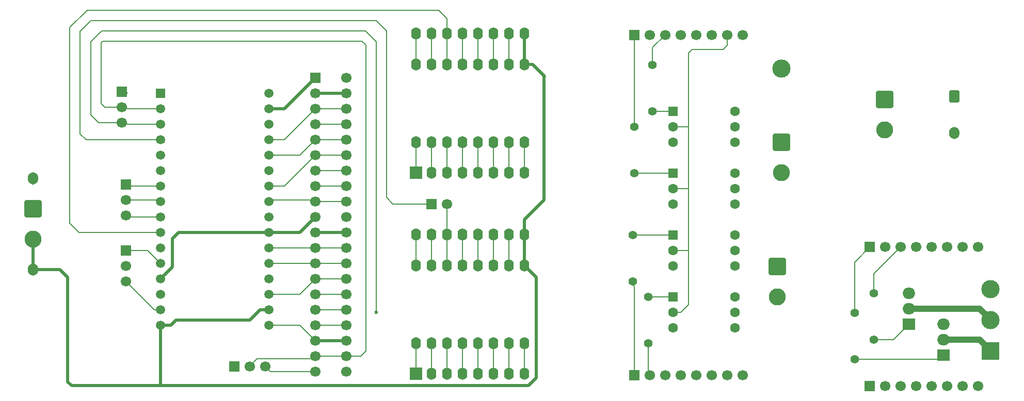
<source format=gbr>
%TF.GenerationSoftware,KiCad,Pcbnew,9.0.3*%
%TF.CreationDate,2025-08-28T14:02:24+02:00*%
%TF.ProjectId,luaos,6c75616f-732e-46b6-9963-61645f706362,rev?*%
%TF.SameCoordinates,Original*%
%TF.FileFunction,Copper,L1,Top*%
%TF.FilePolarity,Positive*%
%FSLAX46Y46*%
G04 Gerber Fmt 4.6, Leading zero omitted, Abs format (unit mm)*
G04 Created by KiCad (PCBNEW 9.0.3) date 2025-08-28 14:02:24*
%MOMM*%
%LPD*%
G01*
G04 APERTURE LIST*
G04 Aperture macros list*
%AMRoundRect*
0 Rectangle with rounded corners*
0 $1 Rounding radius*
0 $2 $3 $4 $5 $6 $7 $8 $9 X,Y pos of 4 corners*
0 Add a 4 corners polygon primitive as box body*
4,1,4,$2,$3,$4,$5,$6,$7,$8,$9,$2,$3,0*
0 Add four circle primitives for the rounded corners*
1,1,$1+$1,$2,$3*
1,1,$1+$1,$4,$5*
1,1,$1+$1,$6,$7*
1,1,$1+$1,$8,$9*
0 Add four rect primitives between the rounded corners*
20,1,$1+$1,$2,$3,$4,$5,0*
20,1,$1+$1,$4,$5,$6,$7,0*
20,1,$1+$1,$6,$7,$8,$9,0*
20,1,$1+$1,$8,$9,$2,$3,0*%
G04 Aperture macros list end*
%TA.AperFunction,Conductor*%
%ADD10C,0.200000*%
%TD*%
%TA.AperFunction,ComponentPad*%
%ADD11RoundRect,0.250001X-1.149999X1.149999X-1.149999X-1.149999X1.149999X-1.149999X1.149999X1.149999X0*%
%TD*%
%TA.AperFunction,ComponentPad*%
%ADD12C,2.800000*%
%TD*%
%TA.AperFunction,ComponentPad*%
%ADD13RoundRect,0.250000X-0.600000X-0.750000X0.600000X-0.750000X0.600000X0.750000X-0.600000X0.750000X0*%
%TD*%
%TA.AperFunction,ComponentPad*%
%ADD14O,1.700000X2.000000*%
%TD*%
%TA.AperFunction,ComponentPad*%
%ADD15C,1.400000*%
%TD*%
%TA.AperFunction,ComponentPad*%
%ADD16R,2.000000X1.905000*%
%TD*%
%TA.AperFunction,ComponentPad*%
%ADD17O,2.000000X1.905000*%
%TD*%
%TA.AperFunction,ComponentPad*%
%ADD18C,1.600000*%
%TD*%
%TA.AperFunction,ComponentPad*%
%ADD19RoundRect,0.250000X-0.550000X-0.550000X0.550000X-0.550000X0.550000X0.550000X-0.550000X0.550000X0*%
%TD*%
%TA.AperFunction,ComponentPad*%
%ADD20R,1.700000X1.700000*%
%TD*%
%TA.AperFunction,ComponentPad*%
%ADD21C,1.700000*%
%TD*%
%TA.AperFunction,ComponentPad*%
%ADD22C,3.000000*%
%TD*%
%TA.AperFunction,ComponentPad*%
%ADD23R,1.500000X1.500000*%
%TD*%
%TA.AperFunction,ComponentPad*%
%ADD24C,1.500000*%
%TD*%
%TA.AperFunction,ComponentPad*%
%ADD25R,3.000000X3.000000*%
%TD*%
%TA.AperFunction,ComponentPad*%
%ADD26R,2.000000X2.000000*%
%TD*%
%TA.AperFunction,ComponentPad*%
%ADD27O,1.600000X2.000000*%
%TD*%
%TA.AperFunction,ViaPad*%
%ADD28C,0.600000*%
%TD*%
%TA.AperFunction,Conductor*%
%ADD29C,0.500000*%
%TD*%
%TA.AperFunction,Conductor*%
%ADD30C,1.000000*%
%TD*%
G04 APERTURE END LIST*
D10*
%TO.N,Net-(J8-Pin_9)*%
X86995000Y-105410000D02*
X94615000Y-105410000D01*
%TD*%
D11*
%TO.P,J18,1,Pin_1*%
%TO.N,Net-(J18-Pin_1)*%
X170990000Y-95885000D03*
D12*
%TO.P,J18,2,Pin_2*%
%TO.N,Net-(J18-Pin_2)*%
X170990000Y-100885000D03*
%TD*%
D13*
%TO.P,J20,1,Pin_1*%
%TO.N,Net-(J20-Pin_1)*%
X199390000Y-88400000D03*
D14*
%TO.P,J20,2,Pin_2*%
%TO.N,Net-(J20-Pin_2)*%
X199390000Y-94400000D03*
%TD*%
D11*
%TO.P,J17,1,Pin_1*%
%TO.N,Net-(J17-Pin_1)*%
X170355000Y-116285000D03*
D12*
%TO.P,J17,2,Pin_2*%
%TO.N,Net-(J17-Pin_2)*%
X170355000Y-121285000D03*
%TD*%
D15*
%TO.P,R3,1*%
%TO.N,Net-(J16-Pin_1)*%
X146685000Y-118745000D03*
%TO.P,R3,2*%
%TO.N,Net-(R3-Pad2)*%
X146685000Y-111125000D03*
%TD*%
D16*
%TO.P,Q1,1,G*%
%TO.N,Net-(Q1-G)*%
X197620000Y-130905000D03*
D17*
%TO.P,Q1,2,D*%
%TO.N,Net-(J4-Pin_1)*%
X197620000Y-128365000D03*
%TO.P,Q1,3,S*%
%TO.N,Net-(J1-Pin_7)*%
X197620000Y-125825000D03*
%TD*%
D18*
%TO.P,U6,*%
%TO.N,*%
X153210000Y-116205000D03*
X163370000Y-113665000D03*
D19*
%TO.P,U6,1*%
%TO.N,Net-(R3-Pad2)*%
X153210000Y-111125000D03*
D18*
%TO.P,U6,2*%
%TO.N,Net-(J15-Pin_7)*%
X153210000Y-113665000D03*
%TO.P,U6,3*%
%TO.N,Net-(J19-Pin_1)*%
X163370000Y-116205000D03*
%TO.P,U6,4*%
%TO.N,Net-(J17-Pin_1)*%
X163370000Y-111125000D03*
%TD*%
D15*
%TO.P,R5,1*%
%TO.N,Net-(J1-Pin_1)*%
X183015000Y-123920000D03*
%TO.P,R5,2*%
%TO.N,Net-(Q1-G)*%
X183015000Y-131540000D03*
%TD*%
%TO.P,R2,1*%
%TO.N,Net-(J15-Pin_1)*%
X146860000Y-93345000D03*
%TO.P,R2,2*%
%TO.N,Net-(R2-Pad2)*%
X146860000Y-100965000D03*
%TD*%
D20*
%TO.P,J2,1,Pin_1*%
%TO.N,GND*%
X81280000Y-132715000D03*
D21*
%TO.P,J2,2,Pin_2*%
%TO.N,Net-(J2-Pin_2)*%
X83820000Y-132715000D03*
%TO.P,J2,3,Pin_3*%
%TO.N,+3.3V*%
X86360000Y-132715000D03*
%TD*%
D20*
%TO.P,J6,1,Pin_1*%
%TO.N,GND*%
X63500000Y-102870000D03*
D21*
%TO.P,J6,2,Pin_2*%
%TO.N,Net-(J6-Pin_2)*%
X63500000Y-105410000D03*
%TO.P,J6,3,Pin_3*%
%TO.N,Net-(J6-Pin_3)*%
X63500000Y-107950000D03*
%TD*%
D15*
%TO.P,R4,1*%
%TO.N,Net-(J16-Pin_2)*%
X149225000Y-128905000D03*
%TO.P,R4,2*%
%TO.N,Net-(R4-Pad2)*%
X149225000Y-121285000D03*
%TD*%
D20*
%TO.P,J9,1,Pin_1*%
%TO.N,Net-(J9-Pin_1)*%
X63500000Y-113665000D03*
D21*
%TO.P,J9,2,Pin_2*%
%TO.N,GND*%
X63500000Y-116205000D03*
%TO.P,J9,3,Pin_3*%
%TO.N,Net-(J9-Pin_3)*%
X63500000Y-118745000D03*
%TD*%
D11*
%TO.P,J5,1,Pin_1*%
%TO.N,GND*%
X48242600Y-106840000D03*
D14*
X48260000Y-101840000D03*
D12*
%TO.P,J5,2,Pin_2*%
%TO.N,+5V*%
X48242600Y-111840000D03*
D14*
X48260000Y-116840000D03*
%TD*%
D18*
%TO.P,U5,*%
%TO.N,*%
X153210000Y-106045000D03*
X163370000Y-103505000D03*
D19*
%TO.P,U5,1*%
%TO.N,Net-(R2-Pad2)*%
X153210000Y-100965000D03*
D18*
%TO.P,U5,2*%
%TO.N,Net-(J15-Pin_7)*%
X153210000Y-103505000D03*
%TO.P,U5,3*%
%TO.N,Net-(J19-Pin_1)*%
X163370000Y-106045000D03*
%TO.P,U5,4*%
%TO.N,Net-(J18-Pin_2)*%
X163370000Y-100965000D03*
%TD*%
D11*
%TO.P,J21,1,Pin_1*%
%TO.N,Net-(J20-Pin_1)*%
X187960000Y-88900000D03*
D12*
%TO.P,J21,2,Pin_2*%
%TO.N,Net-(J20-Pin_2)*%
X187960000Y-93900000D03*
%TD*%
D15*
%TO.P,R1,1*%
%TO.N,Net-(R1-Pad1)*%
X149860000Y-90805000D03*
%TO.P,R1,2*%
%TO.N,Net-(J15-Pin_3)*%
X149860000Y-83185000D03*
%TD*%
D22*
%TO.P,J19,1,Pin_1*%
%TO.N,Net-(J19-Pin_1)*%
X170990000Y-83820000D03*
%TD*%
D20*
%TO.P,J15,1,Pin_1*%
%TO.N,Net-(J15-Pin_1)*%
X146860000Y-78272500D03*
D21*
%TO.P,J15,2,Pin_2*%
%TO.N,unconnected-(J15-Pin_2-Pad2)*%
X149400000Y-78272500D03*
%TO.P,J15,3,Pin_3*%
%TO.N,Net-(J15-Pin_3)*%
X151940000Y-78272500D03*
%TO.P,J15,4,Pin_4*%
%TO.N,unconnected-(J15-Pin_4-Pad4)*%
X154480000Y-78272500D03*
%TO.P,J15,5,Pin_5*%
%TO.N,unconnected-(J15-Pin_5-Pad5)*%
X157020000Y-78272500D03*
%TO.P,J15,6,Pin_6*%
%TO.N,unconnected-(J15-Pin_6-Pad6)*%
X159560000Y-78272500D03*
%TO.P,J15,7,Pin_7*%
%TO.N,Net-(J15-Pin_7)*%
X162100000Y-78272500D03*
%TO.P,J15,8,Pin_8*%
%TO.N,unconnected-(J15-Pin_8-Pad8)*%
X164640000Y-78272500D03*
%TD*%
D20*
%TO.P,J1,1,Pin_1*%
%TO.N,Net-(J1-Pin_1)*%
X185500000Y-113140000D03*
D21*
%TO.P,J1,2,Pin_2*%
%TO.N,unconnected-(J1-Pin_2-Pad2)*%
X188040000Y-113140000D03*
%TO.P,J1,3,Pin_3*%
%TO.N,Net-(J1-Pin_3)*%
X190580000Y-113140000D03*
%TO.P,J1,4,Pin_4*%
%TO.N,unconnected-(J1-Pin_4-Pad4)*%
X193120000Y-113140000D03*
%TO.P,J1,5,Pin_5*%
%TO.N,unconnected-(J1-Pin_5-Pad5)*%
X195660000Y-113140000D03*
%TO.P,J1,6,Pin_6*%
%TO.N,unconnected-(J1-Pin_6-Pad6)*%
X198200000Y-113140000D03*
%TO.P,J1,7,Pin_7*%
%TO.N,Net-(J1-Pin_7)*%
X200740000Y-113140000D03*
%TO.P,J1,8,Pin_8*%
%TO.N,unconnected-(J1-Pin_8-Pad8)*%
X203280000Y-113140000D03*
%TD*%
D16*
%TO.P,Q2,1,G*%
%TO.N,Net-(Q2-G)*%
X191905000Y-125825000D03*
D17*
%TO.P,Q2,2,D*%
%TO.N,Net-(J4-Pin_2)*%
X191905000Y-123285000D03*
%TO.P,Q2,3,S*%
%TO.N,Net-(J1-Pin_7)*%
X191905000Y-120745000D03*
%TD*%
D20*
%TO.P,J3,1,Pin_1*%
%TO.N,unconnected-(J3-Pin_1-Pad1)*%
X185500000Y-136000000D03*
D21*
%TO.P,J3,2,Pin_2*%
%TO.N,unconnected-(J3-Pin_2-Pad2)*%
X188040000Y-136000000D03*
%TO.P,J3,3,Pin_3*%
%TO.N,unconnected-(J3-Pin_3-Pad3)*%
X190580000Y-136000000D03*
%TO.P,J3,4,Pin_4*%
%TO.N,unconnected-(J3-Pin_4-Pad4)*%
X193120000Y-136000000D03*
%TO.P,J3,5,Pin_5*%
%TO.N,unconnected-(J3-Pin_5-Pad5)*%
X195660000Y-136000000D03*
%TO.P,J3,6,Pin_6*%
%TO.N,unconnected-(J3-Pin_6-Pad6)*%
X198200000Y-136000000D03*
%TO.P,J3,7,Pin_7*%
%TO.N,unconnected-(J3-Pin_7-Pad7)*%
X200740000Y-136000000D03*
%TO.P,J3,8,Pin_8*%
%TO.N,unconnected-(J3-Pin_8-Pad8)*%
X203280000Y-136000000D03*
%TD*%
D23*
%TO.P,U1,1,GND*%
%TO.N,GND*%
X69197500Y-87875000D03*
D24*
%TO.P,U1,2,GPIO0*%
%TO.N,Net-(J2-Pin_2)*%
X69197500Y-90415000D03*
%TO.P,U1,3,GPIO1*%
%TO.N,Net-(J7-Pin_3)*%
X69197500Y-92955000D03*
%TO.P,U1,4,GPIO12*%
%TO.N,Net-(J12-Pin_1)*%
X69197500Y-95495000D03*
%TO.P,U1,5,GPIO18*%
%TO.N,Net-(J8-Pin_15)*%
X69197500Y-98035000D03*
%TO.P,U1,6,GPIO19*%
%TO.N,Net-(J8-Pin_16)*%
X69197500Y-100575000D03*
%TO.P,U1,7,GND*%
%TO.N,GND*%
X69197500Y-103115000D03*
%TO.P,U1,8,U0RXD*%
%TO.N,Net-(J6-Pin_2)*%
X69197500Y-105655000D03*
%TO.P,U1,9,U0TXD*%
%TO.N,Net-(J6-Pin_3)*%
X69197500Y-108195000D03*
%TO.P,U1,10,GPIO13*%
%TO.N,Net-(U1-GPIO13)*%
X69197500Y-110735000D03*
%TO.P,U1,11*%
%TO.N,N/C*%
X69197500Y-113275000D03*
%TO.P,U1,12,REST*%
%TO.N,Net-(J9-Pin_1)*%
X69197500Y-115815000D03*
%TO.P,U1,13,VDD3P3*%
%TO.N,+3.3V*%
X69197500Y-118355000D03*
%TO.P,U1,14,GND*%
%TO.N,GND*%
X69197500Y-120895000D03*
%TO.P,U1,15,PWB*%
%TO.N,Net-(J9-Pin_3)*%
X69197500Y-123435000D03*
%TO.P,U1,16,VDD5*%
%TO.N,+5V*%
X69197500Y-125975000D03*
%TO.P,U1,17,GND*%
%TO.N,GND*%
X86977500Y-87875000D03*
%TO.P,U1,18,VDD3P3*%
%TO.N,+3.3V*%
X86977500Y-90415000D03*
%TO.P,U1,19,SPI_CK*%
%TO.N,Net-(J8-Pin_4)*%
X86977500Y-92955000D03*
%TO.P,U1,20,SPI_MOSI*%
%TO.N,Net-(J8-Pin_3)*%
X86977500Y-95495000D03*
%TO.P,U1,21,SPI_MISO*%
%TO.N,Net-(J8-Pin_5)*%
X86977500Y-98035000D03*
%TO.P,U1,22,GPIO6*%
%TO.N,Net-(J8-Pin_7)*%
X86977500Y-100575000D03*
%TO.P,U1,23,GPIO7*%
%TO.N,Net-(J8-Pin_6)*%
X86977500Y-103115000D03*
%TO.P,U1,24,GPIO11*%
%TO.N,Net-(J8-Pin_9)*%
X86977500Y-105655000D03*
%TO.P,U1,25,GND*%
%TO.N,GND*%
X86977500Y-108195000D03*
%TO.P,U1,26,VDD3P3*%
%TO.N,+3.3V*%
X86977500Y-110735000D03*
%TO.P,U1,27,I2C_SCL*%
%TO.N,Net-(J8-Pin_12)*%
X86977500Y-113275000D03*
%TO.P,U1,28,I2C_SDA*%
%TO.N,Net-(J8-Pin_13)*%
X86977500Y-115815000D03*
%TO.P,U1,29,GPIO8*%
%TO.N,Net-(J8-Pin_8)*%
X86977500Y-118355000D03*
%TO.P,U1,30,GPIO9*%
%TO.N,Net-(J8-Pin_14)*%
X86977500Y-120895000D03*
%TO.P,U1,31,VDD5*%
%TO.N,+5V*%
X86977500Y-123435000D03*
%TO.P,U1,32,GND*%
%TO.N,GND*%
X86977500Y-125975000D03*
%TD*%
D18*
%TO.P,U7,*%
%TO.N,*%
X153210000Y-126365000D03*
X163370000Y-123825000D03*
D19*
%TO.P,U7,1*%
%TO.N,Net-(R4-Pad2)*%
X153210000Y-121285000D03*
D18*
%TO.P,U7,2*%
%TO.N,Net-(J15-Pin_7)*%
X153210000Y-123825000D03*
%TO.P,U7,3*%
%TO.N,Net-(J19-Pin_1)*%
X163370000Y-126365000D03*
%TO.P,U7,4*%
%TO.N,Net-(J17-Pin_2)*%
X163370000Y-121285000D03*
%TD*%
D20*
%TO.P,J12,1,Pin_1*%
%TO.N,Net-(J12-Pin_1)*%
X113660000Y-106045000D03*
D21*
%TO.P,J12,2,Pin_2*%
%TO.N,Net-(J12-Pin_2)*%
X116200000Y-106045000D03*
%TD*%
D25*
%TO.P,J4,1,Pin_1*%
%TO.N,Net-(J4-Pin_1)*%
X205335000Y-130175000D03*
D22*
%TO.P,J4,2,Pin_2*%
%TO.N,Net-(J4-Pin_2)*%
X205335000Y-125095000D03*
%TO.P,J4,3,Pin_3*%
%TO.N,Net-(J1-Pin_7)*%
X205335000Y-120015000D03*
%TD*%
D20*
%TO.P,J16,1,Pin_1*%
%TO.N,Net-(J16-Pin_1)*%
X146860000Y-134152500D03*
D21*
%TO.P,J16,2,Pin_2*%
%TO.N,Net-(J16-Pin_2)*%
X149400000Y-134152500D03*
%TO.P,J16,3,Pin_3*%
%TO.N,unconnected-(J16-Pin_3-Pad3)*%
X151940000Y-134152500D03*
%TO.P,J16,4,Pin_4*%
%TO.N,unconnected-(J16-Pin_4-Pad4)*%
X154480000Y-134152500D03*
%TO.P,J16,5,Pin_5*%
%TO.N,unconnected-(J16-Pin_5-Pad5)*%
X157020000Y-134152500D03*
%TO.P,J16,6,Pin_6*%
%TO.N,unconnected-(J16-Pin_6-Pad6)*%
X159560000Y-134152500D03*
%TO.P,J16,7,Pin_7*%
%TO.N,unconnected-(J16-Pin_7-Pad7)*%
X162100000Y-134152500D03*
%TO.P,J16,8,Pin_8*%
%TO.N,unconnected-(J16-Pin_8-Pad8)*%
X164640000Y-134152500D03*
%TD*%
D15*
%TO.P,R6,1*%
%TO.N,Net-(J1-Pin_3)*%
X186190000Y-120745000D03*
%TO.P,R6,2*%
%TO.N,Net-(Q2-G)*%
X186190000Y-128365000D03*
%TD*%
D20*
%TO.P,J7,1,Pin_1*%
%TO.N,GND*%
X62865000Y-87630000D03*
D21*
%TO.P,J7,2,Pin_2*%
%TO.N,Net-(J2-Pin_2)*%
X62865000Y-90170000D03*
%TO.P,J7,3,Pin_3*%
%TO.N,Net-(J7-Pin_3)*%
X62865000Y-92710000D03*
%TD*%
D18*
%TO.P,U4,*%
%TO.N,*%
X153210000Y-95885000D03*
X163370000Y-93345000D03*
D19*
%TO.P,U4,1*%
%TO.N,Net-(R1-Pad1)*%
X153210000Y-90805000D03*
D18*
%TO.P,U4,2*%
%TO.N,Net-(J15-Pin_7)*%
X153210000Y-93345000D03*
%TO.P,U4,3*%
%TO.N,Net-(J19-Pin_1)*%
X163370000Y-95885000D03*
%TO.P,U4,4*%
%TO.N,Net-(J18-Pin_1)*%
X163370000Y-90805000D03*
%TD*%
D20*
%TO.P,J8,1,Pin_1*%
%TO.N,+3.3V*%
X94597500Y-85335000D03*
D21*
X99677500Y-85335000D03*
%TO.P,J8,2,Pin_2*%
%TO.N,GND*%
X94597500Y-87875000D03*
X99677500Y-87875000D03*
%TO.P,J8,3,Pin_3*%
%TO.N,Net-(J8-Pin_3)*%
X94597500Y-90415000D03*
X99677500Y-90415000D03*
%TO.P,J8,4,Pin_4*%
%TO.N,Net-(J8-Pin_4)*%
X94597500Y-92955000D03*
X99677500Y-92955000D03*
%TO.P,J8,5,Pin_5*%
%TO.N,Net-(J8-Pin_5)*%
X94597500Y-95495000D03*
X99677500Y-95495000D03*
%TO.P,J8,6,Pin_6*%
%TO.N,Net-(J8-Pin_6)*%
X94597500Y-98035000D03*
X99677500Y-98035000D03*
%TO.P,J8,7,Pin_7*%
%TO.N,Net-(J8-Pin_7)*%
X94597500Y-100575000D03*
X99677500Y-100575000D03*
%TO.P,J8,8,Pin_8*%
%TO.N,Net-(J8-Pin_8)*%
X94597500Y-103115000D03*
X99677500Y-103115000D03*
%TO.P,J8,9,Pin_9*%
%TO.N,Net-(J8-Pin_9)*%
X94597500Y-105655000D03*
X99677500Y-105655000D03*
%TO.P,J8,10,Pin_10*%
%TO.N,+3.3V*%
X94597500Y-108195000D03*
X99677500Y-108195000D03*
%TO.P,J8,11,Pin_11*%
%TO.N,GND*%
X94597500Y-110735000D03*
X99677500Y-110735000D03*
%TO.P,J8,12,Pin_12*%
%TO.N,Net-(J8-Pin_12)*%
X94597500Y-113275000D03*
X99677500Y-113275000D03*
%TO.P,J8,13,Pin_13*%
%TO.N,Net-(J8-Pin_13)*%
X94597500Y-115815000D03*
X99677500Y-115815000D03*
%TO.P,J8,14,Pin_14*%
%TO.N,Net-(J8-Pin_14)*%
X94597500Y-118355000D03*
X99677500Y-118355000D03*
%TO.P,J8,15,Pin_15*%
%TO.N,Net-(J8-Pin_15)*%
X94597500Y-120895000D03*
X99677500Y-120895000D03*
%TO.P,J8,16,Pin_16*%
%TO.N,Net-(J8-Pin_16)*%
X94597500Y-123435000D03*
X99677500Y-123435000D03*
%TO.P,J8,17,Pin_17*%
%TO.N,Net-(J7-Pin_3)*%
X94597500Y-125975000D03*
X99677500Y-125975000D03*
%TO.P,J8,18,Pin_18*%
%TO.N,GND*%
X94597500Y-128515000D03*
X99677500Y-128515000D03*
%TO.P,J8,19,Pin_19*%
%TO.N,Net-(J2-Pin_2)*%
X94597500Y-131055000D03*
X99677500Y-131055000D03*
%TO.P,J8,20,Pin_20*%
%TO.N,+3.3V*%
X94597500Y-133595000D03*
X99677500Y-133595000D03*
%TD*%
D26*
%TO.P,U2,1,~{RST}*%
%TO.N,unconnected-(U2-~{RST}-Pad1)*%
X111125000Y-100925000D03*
D27*
X111125000Y-95885000D03*
%TO.P,U2,2,A0*%
%TO.N,unconnected-(U2-A0-Pad2)*%
X113665000Y-100925000D03*
X113665000Y-95885000D03*
%TO.P,U2,3,D0*%
%TO.N,unconnected-(U2-D0-Pad3)*%
X116205000Y-100925000D03*
X116205000Y-95885000D03*
%TO.P,U2,4,SCK/D5*%
%TO.N,unconnected-(U2-SCK{slash}D5-Pad4)*%
X118745000Y-100925000D03*
X118745000Y-95885000D03*
%TO.P,U2,5,MISO/D6*%
%TO.N,unconnected-(U2-MISO{slash}D6-Pad5)*%
X121285000Y-100925000D03*
X121285000Y-95885000D03*
%TO.P,U2,6,MOSI/D7*%
%TO.N,unconnected-(U2-MOSI{slash}D7-Pad6)*%
X123825000Y-100925000D03*
X123825000Y-95885000D03*
%TO.P,U2,7,CS/D8*%
%TO.N,unconnected-(U2-CS{slash}D8-Pad7)*%
X126365000Y-100925000D03*
X126365000Y-95885000D03*
%TO.P,U2,8,3V3*%
%TO.N,+3.3V*%
X128905000Y-100925000D03*
X128905000Y-95885000D03*
%TO.P,U2,9,5V*%
%TO.N,+5V*%
X128905000Y-83145000D03*
X128905000Y-78065000D03*
%TO.P,U2,10,GND*%
%TO.N,GND*%
X126365000Y-83145000D03*
X126365000Y-78065000D03*
%TO.P,U2,11,D4*%
%TO.N,unconnected-(U2-D4-Pad11)*%
X123825000Y-83145000D03*
X123825000Y-78065000D03*
%TO.P,U2,12,D3*%
%TO.N,unconnected-(U2-D3-Pad12)*%
X121285000Y-83145000D03*
X121285000Y-78065000D03*
%TO.P,U2,13,SDA/D2*%
%TO.N,unconnected-(U2-SDA{slash}D2-Pad13)*%
X118745000Y-83145000D03*
X118745000Y-78065000D03*
%TO.P,U2,14,SCL/D1*%
%TO.N,Net-(U1-GPIO13)*%
X116205000Y-83145000D03*
X116205000Y-78065000D03*
%TO.P,U2,15,RX*%
%TO.N,unconnected-(U2-RX-Pad15)*%
X113665000Y-83145000D03*
X113665000Y-78065000D03*
%TO.P,U2,16,TX*%
%TO.N,unconnected-(U2-TX-Pad16)*%
X111125000Y-83145000D03*
X111125000Y-78065000D03*
%TD*%
D26*
%TO.P,U3,1,~{RST}*%
%TO.N,unconnected-(U3-~{RST}-Pad1)*%
X111125000Y-133945000D03*
D27*
X111125000Y-128905000D03*
%TO.P,U3,2,A0*%
%TO.N,unconnected-(U3-A0-Pad2)*%
X113665000Y-133945000D03*
X113665000Y-128905000D03*
%TO.P,U3,3,D0*%
%TO.N,unconnected-(U3-D0-Pad3)*%
X116205000Y-133945000D03*
X116205000Y-128905000D03*
%TO.P,U3,4,SCK/D5*%
%TO.N,unconnected-(U3-SCK{slash}D5-Pad4)*%
X118745000Y-133945000D03*
X118745000Y-128905000D03*
%TO.P,U3,5,MISO/D6*%
%TO.N,unconnected-(U3-MISO{slash}D6-Pad5)*%
X121285000Y-133945000D03*
X121285000Y-128905000D03*
%TO.P,U3,6,MOSI/D7*%
%TO.N,unconnected-(U3-MOSI{slash}D7-Pad6)*%
X123825000Y-133945000D03*
X123825000Y-128905000D03*
%TO.P,U3,7,CS/D8*%
%TO.N,unconnected-(U3-CS{slash}D8-Pad7)*%
X126365000Y-133945000D03*
X126365000Y-128905000D03*
%TO.P,U3,8,3V3*%
%TO.N,+3.3V*%
X128905000Y-133945000D03*
X128905000Y-128905000D03*
%TO.P,U3,9,5V*%
%TO.N,+5V*%
X128905000Y-116165000D03*
X128905000Y-111085000D03*
%TO.P,U3,10,GND*%
%TO.N,GND*%
X126365000Y-116165000D03*
X126365000Y-111085000D03*
%TO.P,U3,11,D4*%
%TO.N,unconnected-(U3-D4-Pad11)*%
X123825000Y-116165000D03*
X123825000Y-111085000D03*
%TO.P,U3,12,D3*%
%TO.N,unconnected-(U3-D3-Pad12)*%
X121285000Y-116165000D03*
X121285000Y-111085000D03*
%TO.P,U3,13,SDA/D2*%
%TO.N,unconnected-(U3-SDA{slash}D2-Pad13)*%
X118745000Y-116165000D03*
X118745000Y-111085000D03*
%TO.P,U3,14,SCL/D1*%
%TO.N,Net-(J12-Pin_2)*%
X116205000Y-116165000D03*
X116205000Y-111085000D03*
%TO.P,U3,15,RX*%
%TO.N,unconnected-(U3-RX-Pad15)*%
X113665000Y-116165000D03*
X113665000Y-111085000D03*
%TO.P,U3,16,TX*%
%TO.N,unconnected-(U3-TX-Pad16)*%
X111125000Y-116165000D03*
X111125000Y-111085000D03*
%TD*%
D28*
%TO.N,Net-(J7-Pin_3)*%
X104550000Y-123825000D03*
%TD*%
D10*
%TO.N,GND*%
X48260000Y-102870000D02*
X48242600Y-102887400D01*
X48260000Y-101840000D02*
X48260000Y-102870000D01*
X64380000Y-103115000D02*
X69197500Y-103115000D01*
X92057500Y-125975000D02*
X94597500Y-128515000D01*
D29*
X94597500Y-87875000D02*
X99677500Y-87875000D01*
X94597500Y-110735000D02*
X99677500Y-110735000D01*
D10*
X63500000Y-102870000D02*
X64135000Y-102870000D01*
X69197500Y-102887500D02*
X69215000Y-102870000D01*
X64135000Y-102870000D02*
X64380000Y-103115000D01*
X69197500Y-103115000D02*
X69197500Y-102887500D01*
X126365000Y-116840000D02*
X126365000Y-114467500D01*
X69197500Y-87647500D02*
X69215000Y-87630000D01*
X126365000Y-111085000D02*
X126365000Y-116165000D01*
X126365000Y-78065000D02*
X126365000Y-83145000D01*
X86977500Y-125975000D02*
X92057500Y-125975000D01*
X69215000Y-102870000D02*
X69215000Y-102905000D01*
D29*
X94597500Y-128515000D02*
X99677500Y-128515000D01*
D10*
X69197500Y-87875000D02*
X69197500Y-87647500D01*
X63500000Y-87630000D02*
X63745000Y-87875000D01*
X62865000Y-87630000D02*
X63500000Y-87630000D01*
D29*
%TO.N,+5V*%
X132080000Y-105410000D02*
X128905000Y-108585000D01*
D10*
X69197500Y-135872500D02*
X69215000Y-135890000D01*
D29*
X83820000Y-125095000D02*
X71755000Y-125095000D01*
X130810000Y-134620000D02*
X130810000Y-118070000D01*
X69197500Y-125975000D02*
X69197500Y-135872500D01*
X128905000Y-78065000D02*
X128905000Y-83145000D01*
X86977500Y-123435000D02*
X85480000Y-123435000D01*
X129540000Y-135890000D02*
X130810000Y-134620000D01*
X128905000Y-111085000D02*
X128905000Y-116165000D01*
X54610000Y-135890000D02*
X69215000Y-135890000D01*
X128905000Y-83145000D02*
X130252445Y-83145000D01*
D10*
X48242600Y-116822600D02*
X48260000Y-116840000D01*
X132197445Y-85090000D02*
X132080000Y-85207445D01*
D29*
X71755000Y-125095000D02*
X70875000Y-125975000D01*
X130810000Y-118070000D02*
X128905000Y-116165000D01*
X109220000Y-135890000D02*
X129540000Y-135890000D01*
X69215000Y-135890000D02*
X105410000Y-135890000D01*
X128905000Y-111085000D02*
X128905000Y-108585000D01*
X53975000Y-135255000D02*
X54610000Y-135890000D01*
X132080000Y-85207445D02*
X132080000Y-105410000D01*
X130252445Y-83145000D02*
X132197445Y-85090000D01*
X70875000Y-125975000D02*
X69197500Y-125975000D01*
X85480000Y-123435000D02*
X83820000Y-125095000D01*
X48260000Y-116840000D02*
X52705000Y-116840000D01*
X52705000Y-116840000D02*
X53975000Y-118110000D01*
X105410000Y-135890000D02*
X109220000Y-135890000D01*
X53975000Y-118110000D02*
X53975000Y-125095000D01*
X48242600Y-111840000D02*
X48242600Y-116822600D01*
X53975000Y-125095000D02*
X53975000Y-135255000D01*
D10*
%TO.N,Net-(J2-Pin_2)*%
X62865000Y-90170000D02*
X60035000Y-90170000D01*
X101990000Y-131055000D02*
X99677500Y-131055000D01*
X102850000Y-130195000D02*
X101990000Y-131055000D01*
X83820000Y-132715000D02*
X85030825Y-131504175D01*
X62865000Y-90170000D02*
X63500000Y-90170000D01*
X59400000Y-79590000D02*
X59690000Y-79300000D01*
X59400000Y-89535000D02*
X59400000Y-79590000D01*
X102850000Y-79915000D02*
X102850000Y-130195000D01*
X85030825Y-131504175D02*
X94148325Y-131504175D01*
X102235000Y-79300000D02*
X102850000Y-79915000D01*
X94597500Y-131055000D02*
X99677500Y-131055000D01*
X63745000Y-90415000D02*
X69197500Y-90415000D01*
X60035000Y-90170000D02*
X59400000Y-89535000D01*
X59690000Y-79300000D02*
X102235000Y-79300000D01*
X63500000Y-90170000D02*
X63745000Y-90415000D01*
%TO.N,+3.3V*%
X128905000Y-95885000D02*
X128905000Y-100925000D01*
X86360000Y-132715000D02*
X87240000Y-133595000D01*
X128905000Y-128905000D02*
X128905000Y-133945000D01*
D29*
X92057500Y-110735000D02*
X94597500Y-108195000D01*
X89517500Y-90415000D02*
X94597500Y-85335000D01*
D10*
X87240000Y-133595000D02*
X94597500Y-133595000D01*
D29*
X86977500Y-110735000D02*
X92057500Y-110735000D01*
X71120000Y-116432500D02*
X69197500Y-118355000D01*
X86977500Y-110735000D02*
X72145000Y-110735000D01*
X72145000Y-110735000D02*
X71120000Y-111760000D01*
X86977500Y-90415000D02*
X89517500Y-90415000D01*
X71120000Y-111760000D02*
X71120000Y-116432500D01*
D10*
X87367500Y-111125000D02*
X86977500Y-110735000D01*
%TO.N,Net-(J6-Pin_2)*%
X63500000Y-105410000D02*
X68952500Y-105410000D01*
X68952500Y-105410000D02*
X69197500Y-105655000D01*
%TO.N,Net-(J7-Pin_3)*%
X63500000Y-92710000D02*
X63745000Y-92955000D01*
X63745000Y-92955000D02*
X69197500Y-92955000D01*
X102775000Y-77600000D02*
X59560000Y-77600000D01*
X94597500Y-125975000D02*
X99677500Y-125975000D01*
X57785000Y-91440000D02*
X59055000Y-92710000D01*
X59560000Y-77600000D02*
X57785000Y-79375000D01*
X57785000Y-79375000D02*
X57785000Y-91440000D01*
X62865000Y-92710000D02*
X63500000Y-92710000D01*
X59055000Y-92710000D02*
X62865000Y-92710000D01*
X104550000Y-119155000D02*
X104550000Y-124050000D01*
X104550000Y-79375000D02*
X104550000Y-119155000D01*
X104550000Y-79375000D02*
X102775000Y-77600000D01*
%TO.N,Net-(J12-Pin_2)*%
X116205000Y-116165000D02*
X116205000Y-111085000D01*
X116200000Y-106045000D02*
X116200000Y-111080000D01*
X116200000Y-111080000D02*
X116205000Y-111085000D01*
%TO.N,Net-(J12-Pin_1)*%
X106250000Y-104980000D02*
X107315000Y-106045000D01*
X104550000Y-75900000D02*
X106250000Y-77600000D01*
X107315000Y-106045000D02*
X113660000Y-106045000D01*
X69197500Y-95495000D02*
X69460000Y-95495000D01*
X69460000Y-95495000D02*
X69850000Y-95885000D01*
X56000000Y-94542500D02*
X56000000Y-77685000D01*
X57785000Y-75900000D02*
X104550000Y-75900000D01*
X69197500Y-95495000D02*
X69197500Y-95267500D01*
X56000000Y-77685000D02*
X57785000Y-75900000D01*
X69197500Y-95267500D02*
X69215000Y-95250000D01*
X56952500Y-95495000D02*
X56000000Y-94542500D01*
X106250000Y-77600000D02*
X106250000Y-104980000D01*
X69197500Y-95495000D02*
X56952500Y-95495000D01*
%TO.N,Net-(J15-Pin_1)*%
X146860000Y-78272500D02*
X146860000Y-93345000D01*
%TO.N,Net-(R1-Pad1)*%
X149860000Y-90805000D02*
X153210000Y-90805000D01*
%TO.N,Net-(R2-Pad2)*%
X146860000Y-100965000D02*
X153210000Y-100965000D01*
%TO.N,Net-(J15-Pin_7)*%
X153210000Y-123825000D02*
X154480000Y-123825000D01*
X155750000Y-103505000D02*
X155750000Y-93345000D01*
X155750000Y-113665000D02*
X155750000Y-103505000D01*
X161465000Y-80645000D02*
X162100000Y-80010000D01*
X156385000Y-80645000D02*
X161465000Y-80645000D01*
X155750000Y-122555000D02*
X155750000Y-113665000D01*
X153210000Y-103505000D02*
X155750000Y-103505000D01*
X153210000Y-93345000D02*
X155750000Y-93345000D01*
X162100000Y-80010000D02*
X162100000Y-78272500D01*
X155750000Y-81280000D02*
X156385000Y-80645000D01*
X154480000Y-123825000D02*
X155750000Y-122555000D01*
X153210000Y-113665000D02*
X155750000Y-113665000D01*
X155750000Y-93345000D02*
X155750000Y-81280000D01*
%TO.N,Net-(J16-Pin_1)*%
X146685000Y-118745000D02*
X146685000Y-119380000D01*
X146685000Y-119380000D02*
X146860000Y-119555000D01*
X146860000Y-119555000D02*
X146860000Y-134152500D01*
%TO.N,Net-(R3-Pad2)*%
X146685000Y-111125000D02*
X153210000Y-111125000D01*
%TO.N,Net-(R4-Pad2)*%
X149225000Y-121285000D02*
X153210000Y-121285000D01*
%TO.N,unconnected-(U3-D0-Pad3)*%
X116205000Y-128905000D02*
X116205000Y-133945000D01*
%TO.N,unconnected-(U3-D3-Pad12)*%
X121285000Y-111085000D02*
X121285000Y-116165000D01*
%TO.N,unconnected-(U3-SDA{slash}D2-Pad13)*%
X118745000Y-111085000D02*
X118745000Y-116165000D01*
%TO.N,unconnected-(U3-D4-Pad11)*%
X123825000Y-111085000D02*
X123825000Y-116165000D01*
%TO.N,unconnected-(U3-RX-Pad15)*%
X113665000Y-111085000D02*
X113665000Y-116165000D01*
%TO.N,unconnected-(U3-MISO{slash}D6-Pad5)*%
X121285000Y-128905000D02*
X121285000Y-133945000D01*
%TO.N,unconnected-(U3-A0-Pad2)*%
X113665000Y-128905000D02*
X113665000Y-133945000D01*
%TO.N,unconnected-(U3-TX-Pad16)*%
X111125000Y-116165000D02*
X111125000Y-111085000D01*
%TO.N,unconnected-(U3-~{RST}-Pad1)*%
X111125000Y-128905000D02*
X111125000Y-133945000D01*
%TO.N,unconnected-(U3-MOSI{slash}D7-Pad6)*%
X123825000Y-128905000D02*
X123825000Y-133945000D01*
%TO.N,unconnected-(U3-CS{slash}D8-Pad7)*%
X126365000Y-128905000D02*
X126365000Y-133945000D01*
%TO.N,unconnected-(U3-SCK{slash}D5-Pad4)*%
X118745000Y-128905000D02*
X118745000Y-133945000D01*
%TO.N,unconnected-(U2-RX-Pad15)*%
X113665000Y-78065000D02*
X113665000Y-83145000D01*
%TO.N,unconnected-(U2-D3-Pad12)*%
X121285000Y-78065000D02*
X121285000Y-83145000D01*
%TO.N,unconnected-(U2-SDA{slash}D2-Pad13)*%
X118745000Y-78065000D02*
X118745000Y-83145000D01*
%TO.N,unconnected-(U2-A0-Pad2)*%
X113665000Y-95885000D02*
X113665000Y-100925000D01*
%TO.N,unconnected-(U2-MISO{slash}D6-Pad5)*%
X121285000Y-95885000D02*
X121285000Y-100925000D01*
%TO.N,unconnected-(U2-MOSI{slash}D7-Pad6)*%
X123825000Y-95885000D02*
X123825000Y-100925000D01*
%TO.N,unconnected-(U2-SCK{slash}D5-Pad4)*%
X118745000Y-95885000D02*
X118745000Y-100925000D01*
%TO.N,unconnected-(U2-TX-Pad16)*%
X111125000Y-78065000D02*
X111125000Y-83145000D01*
%TO.N,unconnected-(U2-~{RST}-Pad1)*%
X111125000Y-95885000D02*
X111125000Y-100925000D01*
%TO.N,unconnected-(U2-D0-Pad3)*%
X116205000Y-95885000D02*
X116205000Y-100925000D01*
%TO.N,unconnected-(U2-CS{slash}D8-Pad7)*%
X126365000Y-95885000D02*
X126365000Y-100925000D01*
%TO.N,unconnected-(U2-D4-Pad11)*%
X123825000Y-78065000D02*
X123825000Y-83145000D01*
%TO.N,Net-(J8-Pin_7)*%
X94597500Y-100575000D02*
X99677500Y-100575000D01*
%TO.N,Net-(J8-Pin_13)*%
X99677500Y-115815000D02*
X94597500Y-115815000D01*
X86977500Y-115815000D02*
X94597500Y-115815000D01*
%TO.N,Net-(J8-Pin_14)*%
X86977500Y-120895000D02*
X92057500Y-120895000D01*
X94597500Y-118355000D02*
X99677500Y-118355000D01*
X92057500Y-120895000D02*
X94597500Y-118355000D01*
%TO.N,Net-(J8-Pin_6)*%
X94597500Y-98035000D02*
X99677500Y-98035000D01*
X86977500Y-103115000D02*
X89517500Y-103115000D01*
X89517500Y-103115000D02*
X94597500Y-98035000D01*
%TO.N,Net-(J8-Pin_3)*%
X86977500Y-95495000D02*
X89517500Y-95495000D01*
X89517500Y-95495000D02*
X94597500Y-90415000D01*
X94597500Y-90415000D02*
X99677500Y-90415000D01*
%TO.N,Net-(J8-Pin_4)*%
X94597500Y-92955000D02*
X99677500Y-92955000D01*
%TO.N,Net-(J8-Pin_5)*%
X94597500Y-95495000D02*
X99677500Y-95495000D01*
X92057500Y-98035000D02*
X94597500Y-95495000D01*
X86977500Y-98035000D02*
X92057500Y-98035000D01*
%TO.N,Net-(J8-Pin_12)*%
X99677500Y-113275000D02*
X94597500Y-113275000D01*
X86977500Y-113275000D02*
X94597500Y-113275000D01*
%TO.N,Net-(J8-Pin_8)*%
X94597500Y-103115000D02*
X99677500Y-103115000D01*
%TO.N,Net-(J6-Pin_3)*%
X63500000Y-107950000D02*
X64135000Y-107950000D01*
X64380000Y-108195000D02*
X69197500Y-108195000D01*
X64135000Y-107950000D02*
X64380000Y-108195000D01*
%TO.N,Net-(J8-Pin_16)*%
X94597500Y-123435000D02*
X99677500Y-123435000D01*
%TO.N,Net-(J8-Pin_15)*%
X94597500Y-120895000D02*
X99677500Y-120895000D01*
%TO.N,Net-(U1-GPIO13)*%
X54300000Y-109220000D02*
X54300000Y-77050000D01*
X107950000Y-74200000D02*
X114935000Y-74200000D01*
X114935000Y-74295000D02*
X116205000Y-75565000D01*
X55815000Y-110735000D02*
X54300000Y-109220000D01*
X54300000Y-77050000D02*
X57150000Y-74200000D01*
X116205000Y-78065000D02*
X116205000Y-83145000D01*
X57150000Y-74200000D02*
X107950000Y-74200000D01*
X69197500Y-110735000D02*
X55815000Y-110735000D01*
X116205000Y-75565000D02*
X116205000Y-78065000D01*
%TO.N,Net-(J9-Pin_1)*%
X67047500Y-113665000D02*
X69197500Y-115815000D01*
X63500000Y-113665000D02*
X67047500Y-113665000D01*
%TO.N,Net-(J9-Pin_3)*%
X68190000Y-123435000D02*
X69197500Y-123435000D01*
X63500000Y-118745000D02*
X68190000Y-123435000D01*
D30*
%TO.N,Net-(J4-Pin_1)*%
X197620000Y-128365000D02*
X203525000Y-128365000D01*
X203525000Y-128365000D02*
X205335000Y-130175000D01*
%TO.N,Net-(J4-Pin_2)*%
X191905000Y-123285000D02*
X203525000Y-123285000D01*
X203525000Y-123285000D02*
X205335000Y-125095000D01*
D10*
%TO.N,Net-(J1-Pin_1)*%
X183015000Y-123920000D02*
X183015000Y-115625000D01*
X183015000Y-115625000D02*
X185500000Y-113140000D01*
%TO.N,Net-(J1-Pin_3)*%
X186190000Y-117530000D02*
X190580000Y-113140000D01*
X186190000Y-120745000D02*
X186190000Y-117530000D01*
%TO.N,Net-(Q1-G)*%
X183015000Y-131540000D02*
X196985000Y-131540000D01*
X196985000Y-131540000D02*
X197620000Y-130905000D01*
%TO.N,Net-(Q2-G)*%
X186190000Y-128365000D02*
X189365000Y-128365000D01*
X189365000Y-128365000D02*
X191905000Y-125825000D01*
%TO.N,Net-(J8-Pin_9)*%
X94597500Y-105655000D02*
X99677500Y-105655000D01*
%TO.N,Net-(J15-Pin_3)*%
X151940000Y-78272500D02*
X149860000Y-80352500D01*
X149860000Y-80352500D02*
X149860000Y-83185000D01*
%TO.N,Net-(J16-Pin_2)*%
X149225000Y-128905000D02*
X149225000Y-133977500D01*
X149225000Y-133977500D02*
X149400000Y-134152500D01*
%TD*%
M02*

</source>
